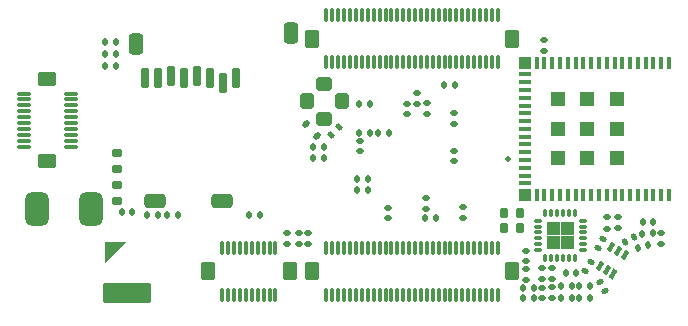
<source format=gbp>
G04*
G04 #@! TF.GenerationSoftware,Altium Limited,Altium Designer,25.1.2 (22)*
G04*
G04 Layer_Color=128*
%FSLAX44Y44*%
%MOMM*%
G71*
G04*
G04 #@! TF.SameCoordinates,2BCE8437-4B4B-493D-AEBF-8C89570F1AAD*
G04*
G04*
G04 #@! TF.FilePolarity,Positive*
G04*
G01*
G75*
G04:AMPARAMS|DCode=30|XSize=0.6mm|YSize=0.45mm|CornerRadius=0.1125mm|HoleSize=0mm|Usage=FLASHONLY|Rotation=0.000|XOffset=0mm|YOffset=0mm|HoleType=Round|Shape=RoundedRectangle|*
%AMROUNDEDRECTD30*
21,1,0.6000,0.2250,0,0,0.0*
21,1,0.3750,0.4500,0,0,0.0*
1,1,0.2250,0.1875,-0.1125*
1,1,0.2250,-0.1875,-0.1125*
1,1,0.2250,-0.1875,0.1125*
1,1,0.2250,0.1875,0.1125*
%
%ADD30ROUNDEDRECTD30*%
G04:AMPARAMS|DCode=31|XSize=0.6mm|YSize=0.45mm|CornerRadius=0.1125mm|HoleSize=0mm|Usage=FLASHONLY|Rotation=270.000|XOffset=0mm|YOffset=0mm|HoleType=Round|Shape=RoundedRectangle|*
%AMROUNDEDRECTD31*
21,1,0.6000,0.2250,0,0,270.0*
21,1,0.3750,0.4500,0,0,270.0*
1,1,0.2250,-0.1125,-0.1875*
1,1,0.2250,-0.1125,0.1875*
1,1,0.2250,0.1125,0.1875*
1,1,0.2250,0.1125,-0.1875*
%
%ADD31ROUNDEDRECTD31*%
G04:AMPARAMS|DCode=43|XSize=0.85mm|YSize=0.6mm|CornerRadius=0.075mm|HoleSize=0mm|Usage=FLASHONLY|Rotation=90.000|XOffset=0mm|YOffset=0mm|HoleType=Round|Shape=RoundedRectangle|*
%AMROUNDEDRECTD43*
21,1,0.8500,0.4500,0,0,90.0*
21,1,0.7000,0.6000,0,0,90.0*
1,1,0.1500,0.2250,0.3500*
1,1,0.1500,0.2250,-0.3500*
1,1,0.1500,-0.2250,-0.3500*
1,1,0.1500,-0.2250,0.3500*
%
%ADD43ROUNDEDRECTD43*%
G04:AMPARAMS|DCode=62|XSize=0.85mm|YSize=0.6mm|CornerRadius=0.075mm|HoleSize=0mm|Usage=FLASHONLY|Rotation=0.000|XOffset=0mm|YOffset=0mm|HoleType=Round|Shape=RoundedRectangle|*
%AMROUNDEDRECTD62*
21,1,0.8500,0.4500,0,0,0.0*
21,1,0.7000,0.6000,0,0,0.0*
1,1,0.1500,0.3500,-0.2250*
1,1,0.1500,-0.3500,-0.2250*
1,1,0.1500,-0.3500,0.2250*
1,1,0.1500,0.3500,0.2250*
%
%ADD62ROUNDEDRECTD62*%
%ADD64C,0.5000*%
%ADD153R,1.0000X1.0000*%
%ADD154R,1.0000X0.4000*%
%ADD155R,0.4000X1.0000*%
%ADD156R,1.2000X1.2000*%
G04:AMPARAMS|DCode=157|XSize=2mm|YSize=2.8mm|CornerRadius=0.5mm|HoleSize=0mm|Usage=FLASHONLY|Rotation=180.000|XOffset=0mm|YOffset=0mm|HoleType=Round|Shape=RoundedRectangle|*
%AMROUNDEDRECTD157*
21,1,2.0000,1.8000,0,0,180.0*
21,1,1.0000,2.8000,0,0,180.0*
1,1,1.0000,-0.5000,0.9000*
1,1,1.0000,0.5000,0.9000*
1,1,1.0000,0.5000,-0.9000*
1,1,1.0000,-0.5000,-0.9000*
%
%ADD157ROUNDEDRECTD157*%
G04:AMPARAMS|DCode=159|XSize=1.22mm|YSize=1.82mm|CornerRadius=0.305mm|HoleSize=0mm|Usage=FLASHONLY|Rotation=0.000|XOffset=0mm|YOffset=0mm|HoleType=Round|Shape=RoundedRectangle|*
%AMROUNDEDRECTD159*
21,1,1.2200,1.2100,0,0,0.0*
21,1,0.6100,1.8200,0,0,0.0*
1,1,0.6100,0.3050,-0.6050*
1,1,0.6100,-0.3050,-0.6050*
1,1,0.6100,-0.3050,0.6050*
1,1,0.6100,0.3050,0.6050*
%
%ADD159ROUNDEDRECTD159*%
G04:AMPARAMS|DCode=160|XSize=1.22mm|YSize=1.82mm|CornerRadius=0.305mm|HoleSize=0mm|Usage=FLASHONLY|Rotation=270.000|XOffset=0mm|YOffset=0mm|HoleType=Round|Shape=RoundedRectangle|*
%AMROUNDEDRECTD160*
21,1,1.2200,1.2100,0,0,270.0*
21,1,0.6100,1.8200,0,0,270.0*
1,1,0.6100,-0.6050,-0.3050*
1,1,0.6100,-0.6050,0.3050*
1,1,0.6100,0.6050,0.3050*
1,1,0.6100,0.6050,-0.3050*
%
%ADD160ROUNDEDRECTD160*%
G04:AMPARAMS|DCode=161|XSize=4.1mm|YSize=1.7mm|CornerRadius=0.1275mm|HoleSize=0mm|Usage=FLASHONLY|Rotation=180.000|XOffset=0mm|YOffset=0mm|HoleType=Round|Shape=RoundedRectangle|*
%AMROUNDEDRECTD161*
21,1,4.1000,1.4450,0,0,180.0*
21,1,3.8450,1.7000,0,0,180.0*
1,1,0.2550,-1.9225,0.7225*
1,1,0.2550,1.9225,0.7225*
1,1,0.2550,1.9225,-0.7225*
1,1,0.2550,-1.9225,-0.7225*
%
%ADD161ROUNDEDRECTD161*%
G04:AMPARAMS|DCode=162|XSize=0.1mm|YSize=0.1mm|CornerRadius=0.0075mm|HoleSize=0mm|Usage=FLASHONLY|Rotation=180.000|XOffset=0mm|YOffset=0mm|HoleType=Round|Shape=RoundedRectangle|*
%AMROUNDEDRECTD162*
21,1,0.1000,0.0850,0,0,180.0*
21,1,0.0850,0.1000,0,0,180.0*
1,1,0.0150,-0.0425,0.0425*
1,1,0.0150,0.0425,0.0425*
1,1,0.0150,0.0425,-0.0425*
1,1,0.0150,-0.0425,-0.0425*
%
%ADD162ROUNDEDRECTD162*%
G04:AMPARAMS|DCode=163|XSize=0.3mm|YSize=1.2mm|CornerRadius=0.075mm|HoleSize=0mm|Usage=FLASHONLY|Rotation=0.000|XOffset=0mm|YOffset=0mm|HoleType=Round|Shape=RoundedRectangle|*
%AMROUNDEDRECTD163*
21,1,0.3000,1.0500,0,0,0.0*
21,1,0.1500,1.2000,0,0,0.0*
1,1,0.1500,0.0750,-0.5250*
1,1,0.1500,-0.0750,-0.5250*
1,1,0.1500,-0.0750,0.5250*
1,1,0.1500,0.0750,0.5250*
%
%ADD163ROUNDEDRECTD163*%
G04:AMPARAMS|DCode=164|XSize=1.2mm|YSize=1.6mm|CornerRadius=0.15mm|HoleSize=0mm|Usage=FLASHONLY|Rotation=0.000|XOffset=0mm|YOffset=0mm|HoleType=Round|Shape=RoundedRectangle|*
%AMROUNDEDRECTD164*
21,1,1.2000,1.3000,0,0,0.0*
21,1,0.9000,1.6000,0,0,0.0*
1,1,0.3000,0.4500,-0.6500*
1,1,0.3000,-0.4500,-0.6500*
1,1,0.3000,-0.4500,0.6500*
1,1,0.3000,0.4500,0.6500*
%
%ADD164ROUNDEDRECTD164*%
%ADD165O,0.3000X0.8000*%
%ADD167O,0.8000X0.3000*%
G04:AMPARAMS|DCode=168|XSize=0.4mm|YSize=0.85mm|CornerRadius=0mm|HoleSize=0mm|Usage=FLASHONLY|Rotation=330.000|XOffset=0mm|YOffset=0mm|HoleType=Round|Shape=Rectangle|*
%AMROTATEDRECTD168*
4,1,4,-0.3857,-0.2681,0.0393,0.4681,0.3857,0.2681,-0.0393,-0.4681,-0.3857,-0.2681,0.0*
%
%ADD168ROTATEDRECTD168*%

G04:AMPARAMS|DCode=169|XSize=0.4mm|YSize=0.85mm|CornerRadius=0.1mm|HoleSize=0mm|Usage=FLASHONLY|Rotation=330.000|XOffset=0mm|YOffset=0mm|HoleType=Round|Shape=RoundedRectangle|*
%AMROUNDEDRECTD169*
21,1,0.4000,0.6500,0,0,330.0*
21,1,0.2000,0.8500,0,0,330.0*
1,1,0.2000,-0.0759,-0.3315*
1,1,0.2000,-0.2491,-0.2315*
1,1,0.2000,0.0759,0.3315*
1,1,0.2000,0.2491,0.2315*
%
%ADD169ROUNDEDRECTD169*%
G04:AMPARAMS|DCode=170|XSize=1.3mm|YSize=1.2mm|CornerRadius=0.15mm|HoleSize=0mm|Usage=FLASHONLY|Rotation=90.000|XOffset=0mm|YOffset=0mm|HoleType=Round|Shape=RoundedRectangle|*
%AMROUNDEDRECTD170*
21,1,1.3000,0.9000,0,0,90.0*
21,1,1.0000,1.2000,0,0,90.0*
1,1,0.3000,0.4500,0.5000*
1,1,0.3000,0.4500,-0.5000*
1,1,0.3000,-0.4500,-0.5000*
1,1,0.3000,-0.4500,0.5000*
%
%ADD170ROUNDEDRECTD170*%
G04:AMPARAMS|DCode=171|XSize=1.3mm|YSize=1.2mm|CornerRadius=0.15mm|HoleSize=0mm|Usage=FLASHONLY|Rotation=180.000|XOffset=0mm|YOffset=0mm|HoleType=Round|Shape=RoundedRectangle|*
%AMROUNDEDRECTD171*
21,1,1.3000,0.9000,0,0,180.0*
21,1,1.0000,1.2000,0,0,180.0*
1,1,0.3000,-0.5000,0.4500*
1,1,0.3000,0.5000,0.4500*
1,1,0.3000,0.5000,-0.4500*
1,1,0.3000,-0.5000,-0.4500*
%
%ADD171ROUNDEDRECTD171*%
G04:AMPARAMS|DCode=172|XSize=0.5mm|YSize=0.6mm|CornerRadius=0.125mm|HoleSize=0mm|Usage=FLASHONLY|Rotation=315.000|XOffset=0mm|YOffset=0mm|HoleType=Round|Shape=RoundedRectangle|*
%AMROUNDEDRECTD172*
21,1,0.5000,0.3500,0,0,315.0*
21,1,0.2500,0.6000,0,0,315.0*
1,1,0.2500,-0.0354,-0.2121*
1,1,0.2500,-0.2121,-0.0354*
1,1,0.2500,0.0354,0.2121*
1,1,0.2500,0.2121,0.0354*
%
%ADD172ROUNDEDRECTD172*%
G04:AMPARAMS|DCode=173|XSize=0.3mm|YSize=1.2mm|CornerRadius=0.075mm|HoleSize=0mm|Usage=FLASHONLY|Rotation=90.000|XOffset=0mm|YOffset=0mm|HoleType=Round|Shape=RoundedRectangle|*
%AMROUNDEDRECTD173*
21,1,0.3000,1.0500,0,0,90.0*
21,1,0.1500,1.2000,0,0,90.0*
1,1,0.1500,0.5250,0.0750*
1,1,0.1500,0.5250,-0.0750*
1,1,0.1500,-0.5250,-0.0750*
1,1,0.1500,-0.5250,0.0750*
%
%ADD173ROUNDEDRECTD173*%
G04:AMPARAMS|DCode=174|XSize=1.2mm|YSize=1.6mm|CornerRadius=0.15mm|HoleSize=0mm|Usage=FLASHONLY|Rotation=90.000|XOffset=0mm|YOffset=0mm|HoleType=Round|Shape=RoundedRectangle|*
%AMROUNDEDRECTD174*
21,1,1.2000,1.3000,0,0,90.0*
21,1,0.9000,1.6000,0,0,90.0*
1,1,0.3000,0.6500,0.4500*
1,1,0.3000,0.6500,-0.4500*
1,1,0.3000,-0.6500,-0.4500*
1,1,0.3000,-0.6500,0.4500*
%
%ADD174ROUNDEDRECTD174*%
G04:AMPARAMS|DCode=175|XSize=0.6mm|YSize=0.45mm|CornerRadius=0.1125mm|HoleSize=0mm|Usage=FLASHONLY|Rotation=275.000|XOffset=0mm|YOffset=0mm|HoleType=Round|Shape=RoundedRectangle|*
%AMROUNDEDRECTD175*
21,1,0.6000,0.2250,0,0,275.0*
21,1,0.3750,0.4500,0,0,275.0*
1,1,0.2250,-0.0957,-0.1966*
1,1,0.2250,-0.1284,0.1770*
1,1,0.2250,0.0957,0.1966*
1,1,0.2250,0.1284,-0.1770*
%
%ADD175ROUNDEDRECTD175*%
G04:AMPARAMS|DCode=176|XSize=0.6mm|YSize=0.45mm|CornerRadius=0.1125mm|HoleSize=0mm|Usage=FLASHONLY|Rotation=330.000|XOffset=0mm|YOffset=0mm|HoleType=Round|Shape=RoundedRectangle|*
%AMROUNDEDRECTD176*
21,1,0.6000,0.2250,0,0,330.0*
21,1,0.3750,0.4500,0,0,330.0*
1,1,0.2250,0.1061,-0.1912*
1,1,0.2250,-0.2186,-0.0037*
1,1,0.2250,-0.1061,0.1912*
1,1,0.2250,0.2186,0.0037*
%
%ADD176ROUNDEDRECTD176*%
G04:AMPARAMS|DCode=177|XSize=0.6mm|YSize=0.45mm|CornerRadius=0.1125mm|HoleSize=0mm|Usage=FLASHONLY|Rotation=30.000|XOffset=0mm|YOffset=0mm|HoleType=Round|Shape=RoundedRectangle|*
%AMROUNDEDRECTD177*
21,1,0.6000,0.2250,0,0,30.0*
21,1,0.3750,0.4500,0,0,30.0*
1,1,0.2250,0.2186,-0.0037*
1,1,0.2250,-0.1061,-0.1912*
1,1,0.2250,-0.2186,0.0037*
1,1,0.2250,0.1061,0.1912*
%
%ADD177ROUNDEDRECTD177*%
G04:AMPARAMS|DCode=178|XSize=0.6mm|YSize=0.45mm|CornerRadius=0.1125mm|HoleSize=0mm|Usage=FLASHONLY|Rotation=300.000|XOffset=0mm|YOffset=0mm|HoleType=Round|Shape=RoundedRectangle|*
%AMROUNDEDRECTD178*
21,1,0.6000,0.2250,0,0,300.0*
21,1,0.3750,0.4500,0,0,300.0*
1,1,0.2250,-0.0037,-0.2186*
1,1,0.2250,-0.1912,0.1061*
1,1,0.2250,0.0037,0.2186*
1,1,0.2250,0.1912,-0.1061*
%
%ADD178ROUNDEDRECTD178*%
G04:AMPARAMS|DCode=179|XSize=0.6mm|YSize=0.45mm|CornerRadius=0.1125mm|HoleSize=0mm|Usage=FLASHONLY|Rotation=105.000|XOffset=0mm|YOffset=0mm|HoleType=Round|Shape=RoundedRectangle|*
%AMROUNDEDRECTD179*
21,1,0.6000,0.2250,0,0,105.0*
21,1,0.3750,0.4500,0,0,105.0*
1,1,0.2250,0.0601,0.2102*
1,1,0.2250,0.1572,-0.1520*
1,1,0.2250,-0.0601,-0.2102*
1,1,0.2250,-0.1572,0.1520*
%
%ADD179ROUNDEDRECTD179*%
G04:AMPARAMS|DCode=180|XSize=0.6mm|YSize=0.45mm|CornerRadius=0.1125mm|HoleSize=0mm|Usage=FLASHONLY|Rotation=135.000|XOffset=0mm|YOffset=0mm|HoleType=Round|Shape=RoundedRectangle|*
%AMROUNDEDRECTD180*
21,1,0.6000,0.2250,0,0,135.0*
21,1,0.3750,0.4500,0,0,135.0*
1,1,0.2250,-0.0530,0.2121*
1,1,0.2250,0.2121,-0.0530*
1,1,0.2250,0.0530,-0.2121*
1,1,0.2250,-0.2121,0.0530*
%
%ADD180ROUNDEDRECTD180*%
G04:AMPARAMS|DCode=210|XSize=0.7mm|YSize=1.74mm|CornerRadius=0.225mm|HoleSize=0mm|Usage=FLASHONLY|Rotation=0.000|XOffset=0mm|YOffset=0mm|HoleType=Round|Shape=RoundedRectangle|*
%AMROUNDEDRECTD210*
21,1,0.7000,1.2900,0,0,0.0*
21,1,0.2500,1.7400,0,0,0.0*
1,1,0.4500,0.1250,-0.6450*
1,1,0.4500,-0.1250,-0.6450*
1,1,0.4500,-0.1250,0.6450*
1,1,0.4500,0.1250,0.6450*
%
%ADD210ROUNDEDRECTD210*%
G36*
X484882Y72858D02*
X484882Y61858D01*
X473882Y61858D01*
X473882Y72858D01*
X484882Y72858D01*
D02*
G37*
G36*
X472882Y61858D02*
X461882D01*
X461882Y72858D01*
X472882D01*
X472882Y61858D01*
D02*
G37*
G36*
X484882Y60858D02*
X484882Y49858D01*
X473882Y49858D01*
X473882Y60858D01*
X484882Y60858D01*
D02*
G37*
G36*
X472882Y60858D02*
Y49858D01*
X461882Y49858D01*
X461882Y60858D01*
X472882Y60858D01*
D02*
G37*
G36*
X88000Y37500D02*
Y55500D01*
X106000Y55500D01*
X88000Y37500D01*
D02*
G37*
D30*
X327250Y75730D02*
D03*
Y84770D02*
D03*
X513300Y76572D02*
D03*
Y67072D02*
D03*
X522190Y67326D02*
D03*
Y76826D02*
D03*
X466600Y17350D02*
D03*
Y8650D02*
D03*
X466818Y33500D02*
D03*
Y24800D02*
D03*
X457928Y33500D02*
D03*
Y24800D02*
D03*
X559020Y54348D02*
D03*
Y63388D02*
D03*
X458200Y17120D02*
D03*
X458200Y8080D02*
D03*
X444300Y33020D02*
D03*
Y23980D02*
D03*
X444212Y39362D02*
D03*
Y48402D02*
D03*
X303500Y141720D02*
D03*
Y132680D02*
D03*
X460000Y227250D02*
D03*
Y217750D02*
D03*
X352250Y181750D02*
D03*
Y172250D02*
D03*
X252000Y54250D02*
D03*
Y63750D02*
D03*
X242000Y54250D02*
D03*
Y63750D02*
D03*
X390750Y75980D02*
D03*
Y85020D02*
D03*
X383850Y123970D02*
D03*
Y133010D02*
D03*
X383840Y165060D02*
D03*
Y156020D02*
D03*
X360400Y173520D02*
D03*
Y164480D02*
D03*
X359870Y83980D02*
D03*
Y93020D02*
D03*
X343890Y172990D02*
D03*
Y163950D02*
D03*
X260000Y63520D02*
D03*
Y54480D02*
D03*
D31*
X498516Y18736D02*
D03*
X489476D02*
D03*
X219340Y78940D02*
D03*
X210300D02*
D03*
X273270Y136000D02*
D03*
X264230D02*
D03*
X140250Y79000D02*
D03*
X149750D02*
D03*
X123250D02*
D03*
X132750D02*
D03*
X368270Y76500D02*
D03*
X359230D02*
D03*
X477962Y29404D02*
D03*
X486662D02*
D03*
X489646Y8322D02*
D03*
X498346D02*
D03*
X473982Y18736D02*
D03*
X483022D02*
D03*
X552110Y72330D02*
D03*
X543070D02*
D03*
X441880Y8200D02*
D03*
X450920Y8200D02*
D03*
X450820Y16500D02*
D03*
X441780Y16500D02*
D03*
X473982Y8322D02*
D03*
X483022D02*
D03*
X111000Y81000D02*
D03*
X101960D02*
D03*
X328370Y148360D02*
D03*
X319330D02*
D03*
X310520Y109000D02*
D03*
X301480D02*
D03*
Y100000D02*
D03*
X310520D02*
D03*
X303230Y148500D02*
D03*
X312270D02*
D03*
X384320Y188500D02*
D03*
X375280D02*
D03*
X312410Y172310D02*
D03*
X303370D02*
D03*
X273270Y127250D02*
D03*
X264230D02*
D03*
X87980Y225000D02*
D03*
X97020D02*
D03*
X87980Y215000D02*
D03*
X97020D02*
D03*
X87980Y205000D02*
D03*
X97020D02*
D03*
D43*
X425750Y80001D02*
D03*
X439249D02*
D03*
Y67501D02*
D03*
X425750D02*
D03*
D62*
X98001Y130751D02*
D03*
Y117250D02*
D03*
X97999Y103750D02*
D03*
Y90250D02*
D03*
D64*
X429500Y125750D02*
D03*
D153*
X443572Y207578D02*
D03*
Y95578D02*
D03*
D154*
Y151578D02*
D03*
Y138378D02*
D03*
X443572Y144978D02*
D03*
Y131778D02*
D03*
X443572Y125178D02*
D03*
X443572Y118578D02*
D03*
X443572Y111978D02*
D03*
X443572Y105378D02*
D03*
X443572Y191178D02*
D03*
X443572Y184578D02*
D03*
X443572Y177978D02*
D03*
X443572Y171378D02*
D03*
X443572Y164778D02*
D03*
X443572Y158178D02*
D03*
X443572Y197778D02*
D03*
D155*
X473172Y207578D02*
D03*
X466572D02*
D03*
X492972D02*
D03*
X499572D02*
D03*
X486372D02*
D03*
X479772D02*
D03*
X519372D02*
D03*
X525972D02*
D03*
X512772D02*
D03*
X506172D02*
D03*
X545772D02*
D03*
X552372D02*
D03*
X539172D02*
D03*
X532572D02*
D03*
X545772Y95578D02*
D03*
X552372D02*
D03*
X565572D02*
D03*
X558972D02*
D03*
X519372D02*
D03*
X525972D02*
D03*
X539172Y95578D02*
D03*
X532572Y95578D02*
D03*
X492972D02*
D03*
X499572D02*
D03*
X512772Y95578D02*
D03*
X506172Y95578D02*
D03*
X479772D02*
D03*
X486372Y95578D02*
D03*
X473172Y95578D02*
D03*
X466572D02*
D03*
X459972Y95578D02*
D03*
Y207578D02*
D03*
X453372D02*
D03*
X565572D02*
D03*
X558972D02*
D03*
X453372Y95578D02*
D03*
D156*
X496174Y151578D02*
D03*
X471174D02*
D03*
X521174D02*
D03*
X471174Y126578D02*
D03*
X471174Y176578D02*
D03*
X521174Y126578D02*
D03*
X496174Y126578D02*
D03*
X521174Y176578D02*
D03*
X496174D02*
D03*
D157*
X75820Y84000D02*
D03*
X30820D02*
D03*
D159*
X114045Y223032D02*
D03*
X245545Y233032D02*
D03*
D160*
X186948Y90935D02*
D03*
X129948D02*
D03*
D161*
X107000Y13000D02*
D03*
D162*
X92000Y51000D02*
D03*
D163*
X275500Y208000D02*
D03*
X280500D02*
D03*
X285500D02*
D03*
X290500D02*
D03*
X295500D02*
D03*
X300500D02*
D03*
X305500D02*
D03*
X310500D02*
D03*
X315500D02*
D03*
X320500D02*
D03*
X325500D02*
D03*
X330500D02*
D03*
X335500D02*
D03*
X340500D02*
D03*
X345500D02*
D03*
X350500D02*
D03*
X355500D02*
D03*
X360500D02*
D03*
X365500D02*
D03*
X370500D02*
D03*
X375500D02*
D03*
X380500D02*
D03*
X385500D02*
D03*
X390500D02*
D03*
X395500D02*
D03*
X400500D02*
D03*
X405500D02*
D03*
X410500D02*
D03*
X415500D02*
D03*
X420500D02*
D03*
Y248000D02*
D03*
X415500D02*
D03*
X410500D02*
D03*
X405500D02*
D03*
X400500D02*
D03*
X395500D02*
D03*
X390500D02*
D03*
X385500D02*
D03*
X380500D02*
D03*
X375500D02*
D03*
X370500D02*
D03*
X365500D02*
D03*
X360500D02*
D03*
X355500D02*
D03*
X350500D02*
D03*
X345500D02*
D03*
X340500D02*
D03*
X335500D02*
D03*
X330500D02*
D03*
X325500D02*
D03*
X320500D02*
D03*
X315500D02*
D03*
X310500D02*
D03*
X305500D02*
D03*
X300500D02*
D03*
X295500D02*
D03*
X290500D02*
D03*
X285500D02*
D03*
X280500D02*
D03*
X275500D02*
D03*
X187320Y51000D02*
D03*
X192320D02*
D03*
X197320D02*
D03*
X202320D02*
D03*
X207320D02*
D03*
X212320D02*
D03*
X217320D02*
D03*
X222320D02*
D03*
X227320D02*
D03*
X232320D02*
D03*
X187320Y11000D02*
D03*
X192320D02*
D03*
X197320D02*
D03*
X202320D02*
D03*
X207320D02*
D03*
X212320D02*
D03*
X217320D02*
D03*
X222320D02*
D03*
X227320D02*
D03*
X232320D02*
D03*
X420500Y51000D02*
D03*
X415500D02*
D03*
X410500D02*
D03*
X405500D02*
D03*
X400500D02*
D03*
X395500D02*
D03*
X390500D02*
D03*
X385500D02*
D03*
X380500D02*
D03*
X375500D02*
D03*
X370500D02*
D03*
X365500D02*
D03*
X360500D02*
D03*
X355500D02*
D03*
X350500D02*
D03*
X345500D02*
D03*
X340500D02*
D03*
X335500D02*
D03*
X330500D02*
D03*
X325500D02*
D03*
X320500D02*
D03*
X315500D02*
D03*
X310500D02*
D03*
X305500D02*
D03*
X300500D02*
D03*
X295500D02*
D03*
X290500D02*
D03*
X285500D02*
D03*
X280500D02*
D03*
X275500D02*
D03*
Y11000D02*
D03*
X280500D02*
D03*
X285500D02*
D03*
X290500D02*
D03*
X295500D02*
D03*
X300500D02*
D03*
X305500D02*
D03*
X310500D02*
D03*
X315500D02*
D03*
X320500D02*
D03*
X325500D02*
D03*
X330500D02*
D03*
X335500D02*
D03*
X340500D02*
D03*
X345500D02*
D03*
X350500D02*
D03*
X355500D02*
D03*
X360500D02*
D03*
X365500D02*
D03*
X370500D02*
D03*
X375500D02*
D03*
X380500D02*
D03*
X385500D02*
D03*
X390500D02*
D03*
X395500D02*
D03*
X400500D02*
D03*
X405500D02*
D03*
X410500D02*
D03*
X415500D02*
D03*
X420500D02*
D03*
D164*
X432750Y228000D02*
D03*
X263250D02*
D03*
X175070Y31000D02*
D03*
X244570D02*
D03*
X263250Y31000D02*
D03*
X432750D02*
D03*
D165*
X470882Y42358D02*
D03*
X475882D02*
D03*
X460882Y80358D02*
D03*
X465882D02*
D03*
X470882D02*
D03*
X475882D02*
D03*
X480882D02*
D03*
X485882D02*
D03*
Y42358D02*
D03*
X480882D02*
D03*
X465882D02*
D03*
X460882D02*
D03*
D167*
X454382Y48858D02*
D03*
Y53858D02*
D03*
Y58858D02*
D03*
Y63858D02*
D03*
Y68858D02*
D03*
Y73858D02*
D03*
X492382D02*
D03*
Y68858D02*
D03*
Y63858D02*
D03*
Y58858D02*
D03*
Y53858D02*
D03*
Y48858D02*
D03*
D168*
X518497Y28595D02*
D03*
D169*
X512868Y31845D02*
D03*
X507239Y35095D02*
D03*
X516739Y51549D02*
D03*
X522368Y48299D02*
D03*
X527997Y45049D02*
D03*
D170*
X288820Y174940D02*
D03*
X258820D02*
D03*
D171*
X273820Y159940D02*
D03*
Y189940D02*
D03*
D172*
X267820Y145940D02*
D03*
X257920Y155840D02*
D03*
D173*
X59000Y181500D02*
D03*
Y176500D02*
D03*
Y171500D02*
D03*
Y166500D02*
D03*
Y161500D02*
D03*
Y156500D02*
D03*
Y151500D02*
D03*
Y146500D02*
D03*
Y141500D02*
D03*
Y136500D02*
D03*
X19000Y181500D02*
D03*
Y176500D02*
D03*
Y171500D02*
D03*
Y166500D02*
D03*
Y161500D02*
D03*
Y156500D02*
D03*
Y151500D02*
D03*
Y146500D02*
D03*
Y141500D02*
D03*
Y136500D02*
D03*
D174*
X39000Y193750D02*
D03*
Y124250D02*
D03*
D175*
X543003Y62299D02*
D03*
X551669Y63057D02*
D03*
D176*
X494784Y31332D02*
D03*
X499304Y39160D02*
D03*
X509972Y58210D02*
D03*
X505452Y50382D02*
D03*
D177*
X511470Y13955D02*
D03*
X506950Y21784D02*
D03*
D178*
X528186Y55540D02*
D03*
X536014Y60060D02*
D03*
D179*
X539160Y50840D02*
D03*
X547892Y53180D02*
D03*
D180*
X286016Y153136D02*
D03*
X279624Y146744D02*
D03*
D210*
X121784Y194922D02*
D03*
X132848Y194758D02*
D03*
X143848Y196758D02*
D03*
X154848Y194758D02*
D03*
X165848Y196758D02*
D03*
X176848Y194758D02*
D03*
X187848Y190758D02*
D03*
X198848Y194758D02*
D03*
M02*

</source>
